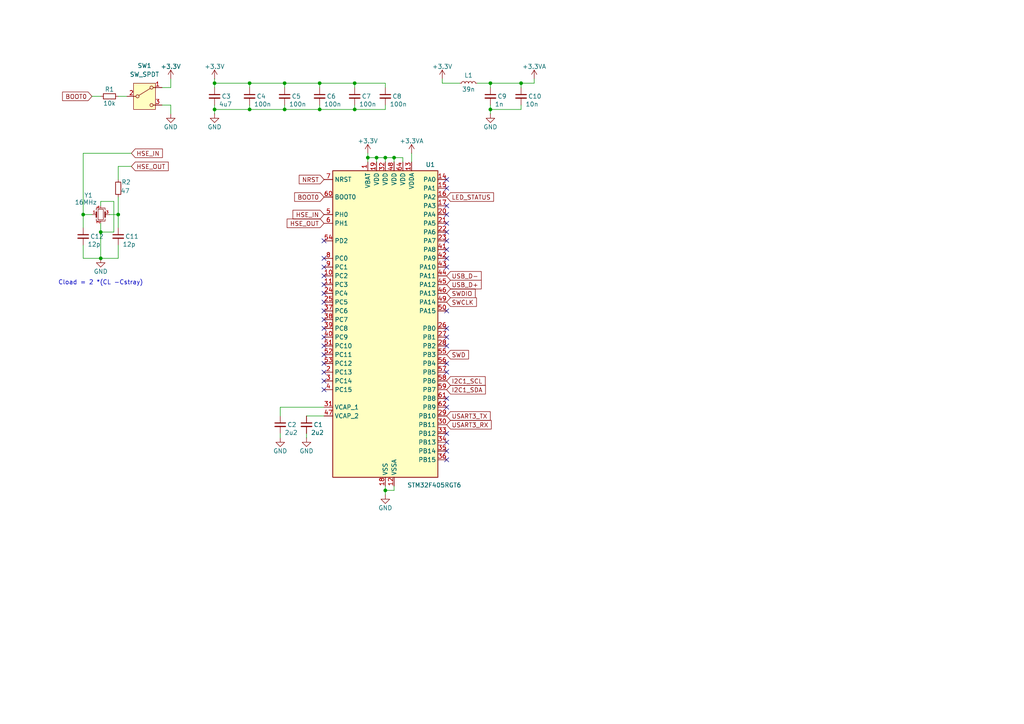
<source format=kicad_sch>
(kicad_sch (version 20231120) (generator "eeschema") (generator_version "8.0")
  (paper "A4")
  (title_block (title "STM32F405 Development Board") (date "2024-07-30") (rev "REV 1.0"))
  (lib_symbols
    (symbol "Device:C_Small" (pin_numbers hide) (pin_names (offset 0.254) hide)
      (property "Reference" "C" (at 0.254 1.778 0))
      (property "Value" "C_Small" (at 0.254 -2.032 0))
      (symbol "C_Small_0_1"
        (polyline (pts (xy -1.524 -0.508) (xy 1.524 -0.508)) (stroke (width 0.3302)))
        (polyline (pts (xy -1.524 0.508) (xy 1.524 0.508)) (stroke (width 0.3048)))
      )
      (symbol "C_Small_1_1"
        (pin passive line (at 0 2.54 270) (length 2.032) (name "~") (number "1"))
        (pin passive line (at 0 -2.54 90) (length 2.032) (name "~") (number "2"))
      )
    )
    (symbol "Device:Crystal_GND24_Small" (pin_names (offset 1.016) hide)
      (property "Reference" "Y" (at 1.27 4.445 0))
      (property "Value" "Crystal_GND24_Small" (at 1.27 2.54 0))
      (symbol "Crystal_GND24_Small_0_1"
        (rectangle (start -0.762 -1.524) (end 0.762 1.524))
        (polyline (pts (xy -1.27 -0.762) (xy -1.27 0.762)) (stroke (width 0.381)))
        (polyline (pts (xy 1.27 -0.762) (xy 1.27 0.762)) (stroke (width 0.381)))
        (polyline (pts (xy -1.27 -1.27) (xy -1.27 -1.905) (xy 1.27 -1.905) (xy 1.27 -1.27)))
        (polyline (pts (xy -1.27 1.27) (xy -1.27 1.905) (xy 1.27 1.905) (xy 1.27 1.27)))
      )
      (symbol "Crystal_GND24_Small_1_1"
        (pin passive line (at -2.54 0 0) (length 1.27) (name "1") (number "1"))
        (pin passive line (at 0 -2.54 90) (length 0.635) (name "2") (number "2"))
        (pin passive line (at 2.54 0 180) (length 1.27) (name "3") (number "3"))
        (pin passive line (at 0 2.54 270) (length 0.635) (name "4") (number "4"))
      )
    )
    (symbol "Device:L_Small" (pin_numbers hide) (pin_names (offset 0.254) hide)
      (property "Reference" "L" (at 0.762 1.016 0))
      (property "Value" "L_Small" (at 0.762 -1.016 0))
      (symbol "L_Small_0_1"
        (arc (start 0 -2.032) (mid 0.5058 -1.524) (end 0 -1.016))
        (arc (start 0 -1.016) (mid 0.5058 -0.508) (end 0 0))
        (arc (start 0 0) (mid 0.5058 0.508) (end 0 1.016))
        (arc (start 0 1.016) (mid 0.5058 1.524) (end 0 2.032))
      )
      (symbol "L_Small_1_1"
        (pin passive line (at 0 2.54 270) (length 0.508) (name "~") (number "1"))
        (pin passive line (at 0 -2.54 90) (length 0.508) (name "~") (number "2"))
      )
    )
    (symbol "Device:R_Small" (pin_numbers hide) (pin_names (offset 0.254) hide)
      (property "Reference" "R" (at 0.762 0.508 0))
      (property "Value" "R_Small" (at 0.762 -1.016 0))
      (symbol "R_Small_0_1"
        (rectangle (start -0.762 1.778) (end 0.762 -1.778) (stroke (width 0.2032)))
      )
      (symbol "R_Small_1_1"
        (pin passive line (at 0 2.54 270) (length 0.762) (name "~") (number "1"))
        (pin passive line (at 0 -2.54 90) (length 0.762) (name "~") (number "2"))
      )
    )
    (symbol "MCU_ST_STM32F4:STM32F405RGTx"
      (property "Reference" "U" (at -15.24 46.99 0))
      (property "Value" "STM32F405RGTx" (at 10.16 46.99 0))
      (symbol "STM32F405RGTx_0_1"
        (rectangle (start -15.24 -43.18) (end 15.24 45.72) (stroke (width 0.254)) (fill (type background)))
      )
      (symbol "STM32F405RGTx_1_1"
        (pin power_in line (at -5.08 48.26 270) (length 2.54) (name "VBAT") (number "1"))
        (pin bidirectional line (at -17.78 15.24 0) (length 2.54) (name "PC2") (number "10"))
        (pin bidirectional line (at -17.78 12.7 0) (length 2.54) (name "PC3") (number "11"))
        (pin power_in line (at 2.54 -45.72 90) (length 2.54) (name "VSSA") (number "12"))
        (pin power_in line (at 7.62 48.26 270) (length 2.54) (name "VDDA") (number "13"))
        (pin bidirectional line (at 17.78 43.18 180) (length 2.54) (name "PA0") (number "14"))
        (pin bidirectional line (at 17.78 40.64 180) (length 2.54) (name "PA1") (number "15"))
        (pin bidirectional line (at 17.78 38.1 180) (length 2.54) (name "PA2") (number "16"))
        (pin bidirectional line (at 17.78 35.56 180) (length 2.54) (name "PA3") (number "17"))
        (pin power_in line (at 0 -45.72 90) (length 2.54) (name "VSS") (number "18"))
        (pin power_in line (at -2.54 48.26 270) (length 2.54) (name "VDD") (number "19"))
        (pin bidirectional line (at -17.78 -12.7 0) (length 2.54) (name "PC13") (number "2"))
        (pin bidirectional line (at 17.78 33.02 180) (length 2.54) (name "PA4") (number "20"))
        (pin bidirectional line (at 17.78 30.48 180) (length 2.54) (name "PA5") (number "21"))
        (pin bidirectional line (at 17.78 27.94 180) (length 2.54) (name "PA6") (number "22"))
        (pin bidirectional line (at 17.78 25.4 180) (length 2.54) (name "PA7") (number "23"))
        (pin bidirectional line (at -17.78 10.16 0) (length 2.54) (name "PC4") (number "24"))
        (pin bidirectional line (at -17.78 7.62 0) (length 2.54) (name "PC5") (number "25"))
        (pin bidirectional line (at 17.78 0 180) (length 2.54) (name "PB0") (number "26"))
        (pin bidirectional line (at 17.78 -2.54 180) (length 2.54) (name "PB1") (number "27"))
        (pin bidirectional line (at 17.78 -5.08 180) (length 2.54) (name "PB2") (number "28"))
        (pin bidirectional line (at 17.78 -25.4 180) (length 2.54) (name "PB10") (number "29"))
        (pin bidirectional line (at -17.78 -15.24 0) (length 2.54) (name "PC14") (number "3"))
        (pin bidirectional line (at 17.78 -27.94 180) (length 2.54) (name "PB11") (number "30"))
        (pin power_out line (at -17.78 -22.86 0) (length 2.54) (name "VCAP_1") (number "31"))
        (pin power_in line (at 0 48.26 270) (length 2.54) (name "VDD") (number "32"))
        (pin bidirectional line (at 17.78 -30.48 180) (length 2.54) (name "PB12") (number "33"))
        (pin bidirectional line (at 17.78 -33.02 180) (length 2.54) (name "PB13") (number "34"))
        (pin bidirectional line (at 17.78 -35.56 180) (length 2.54) (name "PB14") (number "35"))
        (pin bidirectional line (at 17.78 -38.1 180) (length 2.54) (name "PB15") (number "36"))
        (pin bidirectional line (at -17.78 5.08 0) (length 2.54) (name "PC6") (number "37"))
        (pin bidirectional line (at -17.78 2.54 0) (length 2.54) (name "PC7") (number "38"))
        (pin bidirectional line (at -17.78 0 0) (length 2.54) (name "PC8") (number "39"))
        (pin bidirectional line (at -17.78 -17.78 0) (length 2.54) (name "PC15") (number "4"))
        (pin bidirectional line (at -17.78 -2.54 0) (length 2.54) (name "PC9") (number "40"))
        (pin bidirectional line (at 17.78 22.86 180) (length 2.54) (name "PA8") (number "41"))
        (pin bidirectional line (at 17.78 20.32 180) (length 2.54) (name "PA9") (number "42"))
        (pin bidirectional line (at 17.78 17.78 180) (length 2.54) (name "PA10") (number "43"))
        (pin bidirectional line (at 17.78 15.24 180) (length 2.54) (name "PA11") (number "44"))
        (pin bidirectional line (at 17.78 12.7 180) (length 2.54) (name "PA12") (number "45"))
        (pin bidirectional line (at 17.78 10.16 180) (length 2.54) (name "PA13") (number "46"))
        (pin power_out line (at -17.78 -25.4 0) (length 2.54) (name "VCAP_2") (number "47"))
        (pin power_in line (at 2.54 48.26 270) (length 2.54) (name "VDD") (number "48"))
        (pin bidirectional line (at 17.78 7.62 180) (length 2.54) (name "PA14") (number "49"))
        (pin bidirectional line (at -17.78 33.02 0) (length 2.54) (name "PH0") (number "5"))
        (pin bidirectional line (at 17.78 5.08 180) (length 2.54) (name "PA15") (number "50"))
        (pin bidirectional line (at -17.78 -5.08 0) (length 2.54) (name "PC10") (number "51"))
        (pin bidirectional line (at -17.78 -7.62 0) (length 2.54) (name "PC11") (number "52"))
        (pin bidirectional line (at -17.78 -10.16 0) (length 2.54) (name "PC12") (number "53"))
        (pin bidirectional line (at -17.78 25.4 0) (length 2.54) (name "PD2") (number "54"))
        (pin bidirectional line (at 17.78 -7.62 180) (length 2.54) (name "PB3") (number "55"))
        (pin bidirectional line (at 17.78 -10.16 180) (length 2.54) (name "PB4") (number "56"))
        (pin bidirectional line (at 17.78 -12.7 180) (length 2.54) (name "PB5") (number "57"))
        (pin bidirectional line (at 17.78 -15.24 180) (length 2.54) (name "PB6") (number "58"))
        (pin bidirectional line (at 17.78 -17.78 180) (length 2.54) (name "PB7") (number "59"))
        (pin bidirectional line (at -17.78 30.48 0) (length 2.54) (name "PH1") (number "6"))
        (pin input line (at -17.78 38.1 0) (length 2.54) (name "BOOT0") (number "60"))
        (pin bidirectional line (at 17.78 -20.32 180) (length 2.54) (name "PB8") (number "61"))
        (pin bidirectional line (at 17.78 -22.86 180) (length 2.54) (name "PB9") (number "62"))
        (pin passive line (at 0 -45.72 90) (length 2.54) hide (name "VSS") (number "63"))
        (pin power_in line (at 5.08 48.26 270) (length 2.54) (name "VDD") (number "64"))
        (pin input line (at -17.78 43.18 0) (length 2.54) (name "NRST") (number "7"))
        (pin bidirectional line (at -17.78 20.32 0) (length 2.54) (name "PC0") (number "8"))
        (pin bidirectional line (at -17.78 17.78 0) (length 2.54) (name "PC1") (number "9"))
      )
    )
    (symbol "Switch:SW_SPDT" (pin_names (offset 0) hide)
      (property "Reference" "SW" (at 0 5.08 0))
      (property "Value" "SW_SPDT" (at 0 -5.08 0))
      (symbol "SW_SPDT_0_1"
        (circle (center -2.032 0) (radius 0.4572))
        (polyline (pts (xy -1.651 0.254) (xy 1.651 2.286)))
        (circle (center 2.032 -2.54) (radius 0.4572))
        (circle (center 2.032 2.54) (radius 0.4572))
      )
      (symbol "SW_SPDT_1_1"
        (rectangle (start -3.175 3.81) (end 3.175 -3.81) (fill (type background)))
        (pin passive line (at 5.08 2.54 180) (length 2.54) (name "A") (number "1"))
        (pin passive line (at -5.08 0 0) (length 2.54) (name "B") (number "2"))
        (pin passive line (at 5.08 -2.54 180) (length 2.54) (name "C") (number "3"))
      )
    )
    (symbol "power:+3.3V" (power) (pin_numbers hide) (pin_names (offset 0) hide)
      (property "Value" "+3.3V" (at 0 3.556 0))
      (symbol "+3.3V_0_1"
        (polyline (pts (xy -0.762 1.27) (xy 0 2.54)))
        (polyline (pts (xy 0 0) (xy 0 2.54)))
        (polyline (pts (xy 0 2.54) (xy 0.762 1.27)))
      )
      (symbol "+3.3V_1_1"
        (pin power_in line (at 0 0 90) (length 0) (name "~") (number "1"))
      )
    )
    (symbol "power:+3.3VA" (power) (pin_numbers hide) (pin_names (offset 0) hide)
      (property "Value" "+3.3VA" (at 0 3.556 0))
      (symbol "+3.3VA_0_1"
        (polyline (pts (xy -0.762 1.27) (xy 0 2.54)))
        (polyline (pts (xy 0 0) (xy 0 2.54)))
        (polyline (pts (xy 0 2.54) (xy 0.762 1.27)))
      )
      (symbol "+3.3VA_1_1"
        (pin power_in line (at 0 0 90) (length 0) (name "~") (number "1"))
      )
    )
    (symbol "power:GND" (power) (pin_numbers hide) (pin_names (offset 0) hide)
      (property "Value" "GND" (at 0 -3.81 0))
      (symbol "GND_0_1"
        (polyline (pts (xy 0 0) (xy 0 -1.27) (xy 1.27 -1.27) (xy 0 -2.54) (xy -1.27 -1.27) (xy 0 -1.27)))
      )
      (symbol "GND_1_1"
        (pin power_in line (at 0 0 270) (length 0) (name "~") (number "1"))
      )
    )
  )
  (junction (at 142.24 31.75))
  (junction (at 72.39 24.13))
  (junction (at 102.87 24.13))
  (junction (at 142.24 24.13))
  (junction (at 62.23 31.75))
  (junction (at 29.21 67.31))
  (junction (at 72.39 31.75))
  (junction (at 34.29 62.23))
  (junction (at 92.71 31.75))
  (junction (at 111.76 45.72))
  (junction (at 82.55 31.75))
  (junction (at 29.21 74.93))
  (junction (at 24.13 62.23))
  (junction (at 151.13 24.13))
  (junction (at 109.22 45.72))
  (junction (at 111.76 142.24))
  (junction (at 62.23 24.13))
  (junction (at 92.71 24.13))
  (junction (at 82.55 24.13))
  (junction (at 114.3 45.72))
  (junction (at 102.87 31.75))
  (junction (at 106.68 45.72))
  (no_connect (at 129.54 115.57))
  (no_connect (at 129.54 105.41))
  (no_connect (at 93.98 95.25))
  (no_connect (at 129.54 69.85))
  (no_connect (at 93.98 90.17))
  (no_connect (at 93.98 97.79))
  (no_connect (at 129.54 72.39))
  (no_connect (at 93.98 77.47))
  (no_connect (at 93.98 85.09))
  (no_connect (at 93.98 87.63))
  (no_connect (at 129.54 54.61))
  (no_connect (at 93.98 105.41))
  (no_connect (at 93.98 69.85))
  (no_connect (at 93.98 113.03))
  (no_connect (at 129.54 67.31))
  (no_connect (at 93.98 82.55))
  (no_connect (at 129.54 133.35))
  (no_connect (at 129.54 77.47))
  (no_connect (at 129.54 107.95))
  (no_connect (at 93.98 102.87))
  (no_connect (at 93.98 107.95))
  (no_connect (at 93.98 80.01))
  (no_connect (at 129.54 118.11))
  (no_connect (at 129.54 64.77))
  (no_connect (at 129.54 59.69))
  (no_connect (at 93.98 92.71))
  (no_connect (at 129.54 52.07))
  (no_connect (at 129.54 97.79))
  (no_connect (at 129.54 130.81))
  (no_connect (at 129.54 100.33))
  (no_connect (at 129.54 90.17))
  (no_connect (at 129.54 95.25))
  (no_connect (at 93.98 100.33))
  (no_connect (at 93.98 110.49))
  (no_connect (at 129.54 128.27))
  (no_connect (at 93.98 74.93))
  (no_connect (at 129.54 62.23))
  (no_connect (at 129.54 125.73))
  (no_connect (at 129.54 74.93))
  (wire (pts (xy 114.3 142.24) (xy 111.76 142.24)))
  (wire (pts (xy 72.39 24.13) (xy 72.39 25.4)))
  (wire (pts (xy 33.02 58.42) (xy 33.02 67.31)))
  (wire (pts (xy 24.13 71.12) (xy 24.13 74.93)))
  (wire (pts (xy 62.23 22.86) (xy 62.23 24.13)))
  (wire (pts (xy 29.21 74.93) (xy 34.29 74.93)))
  (wire (pts (xy 106.68 45.72) (xy 109.22 45.72)))
  (wire (pts (xy 111.76 142.24) (xy 111.76 143.51)))
  (wire (pts (xy 29.21 67.31) (xy 29.21 74.93)))
  (wire (pts (xy 92.71 30.48) (xy 92.71 31.75)))
  (wire (pts (xy 72.39 31.75) (xy 82.55 31.75)))
  (wire (pts (xy 26.67 27.94) (xy 29.21 27.94)))
  (wire (pts (xy 72.39 24.13) (xy 82.55 24.13)))
  (wire (pts (xy 106.68 44.45) (xy 106.68 45.72)))
  (wire (pts (xy 111.76 140.97) (xy 111.76 142.24)))
  (wire (pts (xy 34.29 66.04) (xy 34.29 62.23)))
  (wire (pts (xy 111.76 24.13) (xy 111.76 25.4)))
  (wire (pts (xy 24.13 62.23) (xy 24.13 66.04)))
  (wire (pts (xy 49.53 22.86) (xy 49.53 25.4)))
  (wire (pts (xy 138.43 24.13) (xy 142.24 24.13)))
  (wire (pts (xy 106.68 45.72) (xy 106.68 46.99)))
  (wire (pts (xy 119.38 44.45) (xy 119.38 46.99)))
  (wire (pts (xy 109.22 45.72) (xy 111.76 45.72)))
  (wire (pts (xy 62.23 24.13) (xy 62.23 25.4)))
  (wire (pts (xy 46.99 30.48) (xy 49.53 30.48)))
  (wire (pts (xy 62.23 31.75) (xy 62.23 33.02)))
  (wire (pts (xy 111.76 31.75) (xy 111.76 30.48)))
  (wire (pts (xy 81.28 125.73) (xy 81.28 127)))
  (wire (pts (xy 34.29 27.94) (xy 36.83 27.94)))
  (wire (pts (xy 38.1 44.45) (xy 24.13 44.45)))
  (wire (pts (xy 114.3 45.72) (xy 114.3 46.99)))
  (wire (pts (xy 102.87 30.48) (xy 102.87 31.75)))
  (wire (pts (xy 62.23 31.75) (xy 72.39 31.75)))
  (wire (pts (xy 49.53 30.48) (xy 49.53 33.02)))
  (wire (pts (xy 151.13 24.13) (xy 154.94 24.13)))
  (wire (pts (xy 62.23 30.48) (xy 62.23 31.75)))
  (wire (pts (xy 72.39 30.48) (xy 72.39 31.75)))
  (wire (pts (xy 142.24 31.75) (xy 142.24 33.02)))
  (wire (pts (xy 128.27 24.13) (xy 133.35 24.13)))
  (wire (pts (xy 92.71 24.13) (xy 92.71 25.4)))
  (wire (pts (xy 102.87 24.13) (xy 102.87 25.4)))
  (wire (pts (xy 34.29 48.26) (xy 34.29 52.07)))
  (wire (pts (xy 114.3 45.72) (xy 116.84 45.72)))
  (wire (pts (xy 82.55 24.13) (xy 82.55 25.4)))
  (wire (pts (xy 62.23 24.13) (xy 72.39 24.13)))
  (wire (pts (xy 34.29 57.15) (xy 34.29 62.23)))
  (wire (pts (xy 29.21 67.31) (xy 33.02 67.31)))
  (wire (pts (xy 151.13 30.48) (xy 151.13 31.75)))
  (wire (pts (xy 29.21 58.42) (xy 33.02 58.42)))
  (wire (pts (xy 142.24 24.13) (xy 151.13 24.13)))
  (wire (pts (xy 34.29 62.23) (xy 31.75 62.23)))
  (wire (pts (xy 116.84 45.72) (xy 116.84 46.99)))
  (wire (pts (xy 128.27 22.86) (xy 128.27 24.13)))
  (wire (pts (xy 111.76 45.72) (xy 114.3 45.72)))
  (wire (pts (xy 81.28 118.11) (xy 81.28 120.65)))
  (wire (pts (xy 88.9 120.65) (xy 93.98 120.65)))
  (wire (pts (xy 82.55 24.13) (xy 92.71 24.13)))
  (wire (pts (xy 142.24 30.48) (xy 142.24 31.75)))
  (wire (pts (xy 142.24 31.75) (xy 151.13 31.75)))
  (wire (pts (xy 29.21 59.69) (xy 29.21 58.42)))
  (wire (pts (xy 142.24 24.13) (xy 142.24 25.4)))
  (wire (pts (xy 92.71 24.13) (xy 102.87 24.13)))
  (wire (pts (xy 34.29 71.12) (xy 34.29 74.93)))
  (wire (pts (xy 102.87 31.75) (xy 111.76 31.75)))
  (wire (pts (xy 154.94 24.13) (xy 154.94 22.86)))
  (wire (pts (xy 26.67 62.23) (xy 24.13 62.23)))
  (wire (pts (xy 109.22 45.72) (xy 109.22 46.99)))
  (wire (pts (xy 82.55 31.75) (xy 92.71 31.75)))
  (wire (pts (xy 111.76 45.72) (xy 111.76 46.99)))
  (wire (pts (xy 88.9 125.73) (xy 88.9 127)))
  (wire (pts (xy 29.21 64.77) (xy 29.21 67.31)))
  (wire (pts (xy 24.13 44.45) (xy 24.13 62.23)))
  (wire (pts (xy 82.55 30.48) (xy 82.55 31.75)))
  (wire (pts (xy 38.1 48.26) (xy 34.29 48.26)))
  (wire (pts (xy 114.3 140.97) (xy 114.3 142.24)))
  (wire (pts (xy 151.13 24.13) (xy 151.13 25.4)))
  (wire (pts (xy 49.53 25.4) (xy 46.99 25.4)))
  (wire (pts (xy 93.98 118.11) (xy 81.28 118.11)))
  (wire (pts (xy 102.87 24.13) (xy 111.76 24.13)))
  (wire (pts (xy 24.13 74.93) (xy 29.21 74.93)))
  (wire (pts (xy 92.71 31.75) (xy 102.87 31.75)))
  (text "Cload = 2 *(CL -Cstray)\n" (at 29.21 82.042 0) (effects (font (size 1.27 1.27))))
  (global_label "HSE_OUT" (shape input) (at 38.1 48.26 0) (property "Intersheetrefs" "${INTERSHEET_REFS}" (effects (hide yes))))
  (global_label "I2C1_SCL" (shape input) (at 129.54 110.49 0) (property "Intersheetrefs" "${INTERSHEET_REFS}" (effects (hide yes))))
  (global_label "SWDIO" (shape input) (at 129.54 85.09 0) (property "Intersheetrefs" "${INTERSHEET_REFS}" (effects (hide yes))))
  (global_label "SWD" (shape input) (at 129.54 102.87 0) (property "Intersheetrefs" "${INTERSHEET_REFS}" (effects (hide yes))))
  (global_label "NRST" (shape input) (at 93.98 52.07 180) (property "Intersheetrefs" "${INTERSHEET_REFS}" (effects (hide yes))))
  (global_label "USB_D+" (shape input) (at 129.54 82.55 0) (property "Intersheetrefs" "${INTERSHEET_REFS}" (effects (hide yes))))
  (global_label "BOOT0" (shape input) (at 26.67 27.94 180) (property "Intersheetrefs" "${INTERSHEET_REFS}" (effects (hide yes))))
  (global_label "USB_D-" (shape input) (at 129.54 80.01 0) (property "Intersheetrefs" "${INTERSHEET_REFS}" (effects (hide yes))))
  (global_label "I2C1_SDA" (shape input) (at 129.54 113.03 0) (property "Intersheetrefs" "${INTERSHEET_REFS}" (effects (hide yes))))
  (global_label "SWCLK" (shape input) (at 129.54 87.63 0) (property "Intersheetrefs" "${INTERSHEET_REFS}" (effects (hide yes))))
  (global_label "HSE_IN" (shape input) (at 93.98 62.23 180) (property "Intersheetrefs" "${INTERSHEET_REFS}" (effects (hide yes))))
  (global_label "LED_STATUS" (shape input) (at 129.54 57.15 0) (property "Intersheetrefs" "${INTERSHEET_REFS}" (effects (hide yes))))
  (global_label "USART3_TX" (shape input) (at 129.54 120.65 0) (property "Intersheetrefs" "${INTERSHEET_REFS}" (effects (hide yes))))
  (global_label "HSE_OUT" (shape input) (at 93.98 64.77 180) (property "Intersheetrefs" "${INTERSHEET_REFS}" (effects (hide yes))))
  (global_label "USART3_RX" (shape input) (at 129.54 123.19 0) (property "Intersheetrefs" "${INTERSHEET_REFS}" (effects (hide yes))))
  (global_label "BOOT0" (shape input) (at 93.98 57.15 180) (property "Intersheetrefs" "${INTERSHEET_REFS}" (effects (hide yes))))
  (global_label "HSE_IN" (shape input) (at 38.1 44.45 0) (property "Intersheetrefs" "${INTERSHEET_REFS}" (effects (hide yes))))
  (symbol (lib_id "Device:C_Small") (at 62.23 27.94 0) (unit 1)
    (property "Reference" "C3" (at 64.262 27.94 0) (effects (justify left)))
    (property "Value" "4u7" (at 63.5 30.226 0) (effects (justify left)))
    (property "Description" "Unpolarized capacitor, small symbol" (effects (hide yes)))
  )
  (symbol (lib_id "Device:Crystal_GND24_Small") (at 29.21 62.23 0) (unit 1)
    (property "Reference" "Y1" (at 25.654 56.642 0))
    (property "Value" "16MHz" (at 24.892 58.674 0))
    (property "Description" "Four pin crystal, GND on pins 2 and 4, small symbol" (effects (hide yes)))
  )
  (symbol (lib_id "Device:L_Small") (at 135.89 24.13 90) (unit 1)
    (property "Reference" "L1" (at 135.89 21.844 90))
    (property "Value" "39n" (at 135.89 25.908 90))
    (property "Description" "Inductor, small symbol" (effects (hide yes)))
  )
  (symbol (lib_id "power:GND") (at 81.28 127 0) (unit 1)
    (property "Reference" "#PWR03" (effects (hide yes)))
    (property "Value" "GND" (at 81.28 130.81 0))
    (property "Description" "Power symbol creates a global label with name \"GND\" , ground" (effects (hide yes)))
  )
  (symbol (lib_id "power:+3.3V") (at 106.68 44.45 0) (unit 1)
    (property "Reference" "#PWR04" (effects (hide yes)))
    (property "Value" "+3.3V" (at 106.68 40.894 0))
    (property "Description" "Power symbol creates a global label with name \"+3.3V\"" (effects (hide yes)))
  )
  (symbol (lib_id "Device:C_Small") (at 34.29 68.58 0) (unit 1)
    (property "Reference" "C11" (at 36.322 68.58 0) (effects (justify left)))
    (property "Value" "12p" (at 35.56 70.866 0) (effects (justify left)))
    (property "Description" "Unpolarized capacitor, small symbol" (effects (hide yes)))
  )
  (symbol (lib_id "power:GND") (at 29.21 74.93 0) (unit 1)
    (property "Reference" "#PWR013" (effects (hide yes)))
    (property "Value" "GND" (at 29.21 78.74 0))
    (property "Description" "Power symbol creates a global label with name \"GND\" , ground" (effects (hide yes)))
  )
  (symbol (lib_id "Device:C_Small") (at 102.87 27.94 0) (unit 1)
    (property "Reference" "C7" (at 104.902 27.94 0) (effects (justify left)))
    (property "Value" "100n" (at 104.14 30.226 0) (effects (justify left)))
    (property "Description" "Unpolarized capacitor, small symbol" (effects (hide yes)))
  )
  (symbol (lib_id "power:GND") (at 142.24 33.02 0) (unit 1)
    (property "Reference" "#PWR012" (effects (hide yes)))
    (property "Value" "GND" (at 142.24 36.83 0))
    (property "Description" "Power symbol creates a global label with name \"GND\" , ground" (effects (hide yes)))
  )
  (symbol (lib_id "power:+3.3V") (at 128.27 22.86 0) (unit 1)
    (property "Reference" "#PWR011" (effects (hide yes)))
    (property "Value" "+3.3V" (at 128.27 19.304 0))
    (property "Description" "Power symbol creates a global label with name \"+3.3V\"" (effects (hide yes)))
  )
  (symbol (lib_id "power:GND") (at 111.76 143.51 0) (unit 1)
    (property "Reference" "#PWR01" (effects (hide yes)))
    (property "Value" "GND" (at 111.76 147.32 0))
    (property "Description" "Power symbol creates a global label with name \"GND\" , ground" (effects (hide yes)))
  )
  (symbol (lib_id "power:+3.3V") (at 49.53 22.86 0) (unit 1)
    (property "Reference" "#PWR06" (effects (hide yes)))
    (property "Value" "+3.3V" (at 49.53 19.304 0))
    (property "Description" "Power symbol creates a global label with name \"+3.3V\"" (effects (hide yes)))
  )
  (symbol (lib_id "power:+3.3VA") (at 119.38 44.45 0) (unit 1)
    (property "Reference" "#PWR05" (effects (hide yes)))
    (property "Value" "+3.3VA" (at 119.38 40.894 0))
    (property "Description" "Power symbol creates a global label with name \"+3.3VA\"" (effects (hide yes)))
  )
  (symbol (lib_id "power:GND") (at 88.9 127 0) (unit 1)
    (property "Reference" "#PWR02" (effects (hide yes)))
    (property "Value" "GND" (at 88.9 130.81 0))
    (property "Description" "Power symbol creates a global label with name \"GND\" , ground" (effects (hide yes)))
  )
  (symbol (lib_id "Device:C_Small") (at 24.13 68.58 0) (unit 1)
    (property "Reference" "C12" (at 26.162 68.58 0) (effects (justify left)))
    (property "Value" "12p" (at 25.4 70.866 0) (effects (justify left)))
    (property "Description" "Unpolarized capacitor, small symbol" (effects (hide yes)))
  )
  (symbol (lib_id "power:+3.3VA") (at 154.94 22.86 0) (unit 1)
    (property "Reference" "#PWR010" (effects (hide yes)))
    (property "Value" "+3.3VA" (at 154.94 19.304 0))
    (property "Description" "Power symbol creates a global label with name \"+3.3VA\"" (effects (hide yes)))
  )
  (symbol (lib_id "power:+3.3V") (at 62.23 22.86 0) (unit 1)
    (property "Reference" "#PWR08" (effects (hide yes)))
    (property "Value" "+3.3V" (at 62.23 19.304 0))
    (property "Description" "Power symbol creates a global label with name \"+3.3V\"" (effects (hide yes)))
  )
  (symbol (lib_id "Device:C_Small") (at 92.71 27.94 0) (unit 1)
    (property "Reference" "C6" (at 94.742 27.94 0) (effects (justify left)))
    (property "Value" "100n" (at 93.98 30.226 0) (effects (justify left)))
    (property "Description" "Unpolarized capacitor, small symbol" (effects (hide yes)))
  )
  (symbol (lib_id "Device:C_Small") (at 82.55 27.94 0) (unit 1)
    (property "Reference" "C5" (at 84.582 27.94 0) (effects (justify left)))
    (property "Value" "100n" (at 83.82 30.226 0) (effects (justify left)))
    (property "Description" "Unpolarized capacitor, small symbol" (effects (hide yes)))
  )
  (symbol (lib_id "Device:C_Small") (at 151.13 27.94 0) (unit 1)
    (property "Reference" "C10" (at 153.162 27.94 0) (effects (justify left)))
    (property "Value" "10n" (at 152.4 30.226 0) (effects (justify left)))
    (property "Description" "Unpolarized capacitor, small symbol" (effects (hide yes)))
  )
  (symbol (lib_id "power:GND") (at 49.53 33.02 0) (unit 1)
    (property "Reference" "#PWR07" (effects (hide yes)))
    (property "Value" "GND" (at 49.53 36.83 0))
    (property "Description" "Power symbol creates a global label with name \"GND\" , ground" (effects (hide yes)))
  )
  (symbol (lib_id "power:GND") (at 62.23 33.02 0) (unit 1)
    (property "Reference" "#PWR09" (effects (hide yes)))
    (property "Value" "GND" (at 62.23 36.83 0))
    (property "Description" "Power symbol creates a global label with name \"GND\" , ground" (effects (hide yes)))
  )
  (symbol (lib_id "MCU_ST_STM32F4:STM32F405RGTx") (at 111.76 95.25 0) (unit 1)
    (property "Reference" "U1" (at 123.444 47.752 0) (effects (justify left)))
    (property "Value" "STM32F405RGT6" (at 118.11 140.716 0) (effects (justify left)))
    (property "Footprint" "Package_QFP:LQFP-64_10x10mm_P0.5mm" (effects (hide yes)))
    (property "Datasheet" "https://www.st.com/resource/en/datasheet/stm32f405rg.pdf" (effects (hide yes)))
    (property "Description" "STMicroelectronics Arm Cortex-M4 MCU, 1024KB flash, 192KB RAM, 168 MHz, 1.8-3.6V, 51 GPIO, LQFP64" (effects (hide yes)))
  )
  (symbol (lib_id "Device:C_Small") (at 72.39 27.94 0) (unit 1)
    (property "Reference" "C4" (at 74.422 27.94 0) (effects (justify left)))
    (property "Value" "100n" (at 73.66 30.226 0) (effects (justify left)))
    (property "Description" "Unpolarized capacitor, small symbol" (effects (hide yes)))
  )
  (symbol (lib_id "Device:C_Small") (at 142.24 27.94 0) (unit 1)
    (property "Reference" "C9" (at 144.272 27.94 0) (effects (justify left)))
    (property "Value" "1n" (at 143.51 30.226 0) (effects (justify left)))
    (property "Description" "Unpolarized capacitor, small symbol" (effects (hide yes)))
  )
  (symbol (lib_id "Device:R_Small") (at 31.75 27.94 90) (unit 1)
    (property "Reference" "R1" (at 31.75 25.908 90))
    (property "Value" "10k" (at 31.75 29.972 90))
    (property "Description" "Resistor, small symbol" (effects (hide yes)))
  )
  (symbol (lib_id "Device:C_Small") (at 111.76 27.94 0) (unit 1)
    (property "Reference" "C8" (at 113.792 27.94 0) (effects (justify left)))
    (property "Value" "100n" (at 113.03 30.226 0) (effects (justify left)))
    (property "Description" "Unpolarized capacitor, small symbol" (effects (hide yes)))
  )
  (symbol (lib_id "Device:C_Small") (at 81.28 123.19 0) (unit 1)
    (property "Reference" "C2" (at 83.312 123.19 0) (effects (justify left)))
    (property "Value" "2u2" (at 82.55 125.476 0) (effects (justify left)))
    (property "Description" "Unpolarized capacitor, small symbol" (effects (hide yes)))
  )
  (symbol (lib_id "Device:R_Small") (at 34.29 54.61 180) (unit 1)
    (property "Reference" "R2" (at 36.576 52.832 0))
    (property "Value" "47" (at 36.322 55.372 0))
    (property "Description" "Resistor, small symbol" (effects (hide yes)))
  )
  (symbol (lib_id "Switch:SW_SPDT") (at 41.91 27.94 0) (unit 1)
    (property "Reference" "SW1" (at 41.91 19.05 0))
    (property "Value" "SW_SPDT" (at 41.91 21.59 0))
    (property "Description" "Switch, single pole double throw" (effects (hide yes)))
  )
  (symbol (lib_id "Device:C_Small") (at 88.9 123.19 0) (unit 1)
    (property "Reference" "C1" (at 90.932 123.19 0) (effects (justify left)))
    (property "Value" "2u2" (at 90.17 125.476 0) (effects (justify left)))
    (property "Description" "Unpolarized capacitor, small symbol" (effects (hide yes)))
  )
)
</source>
